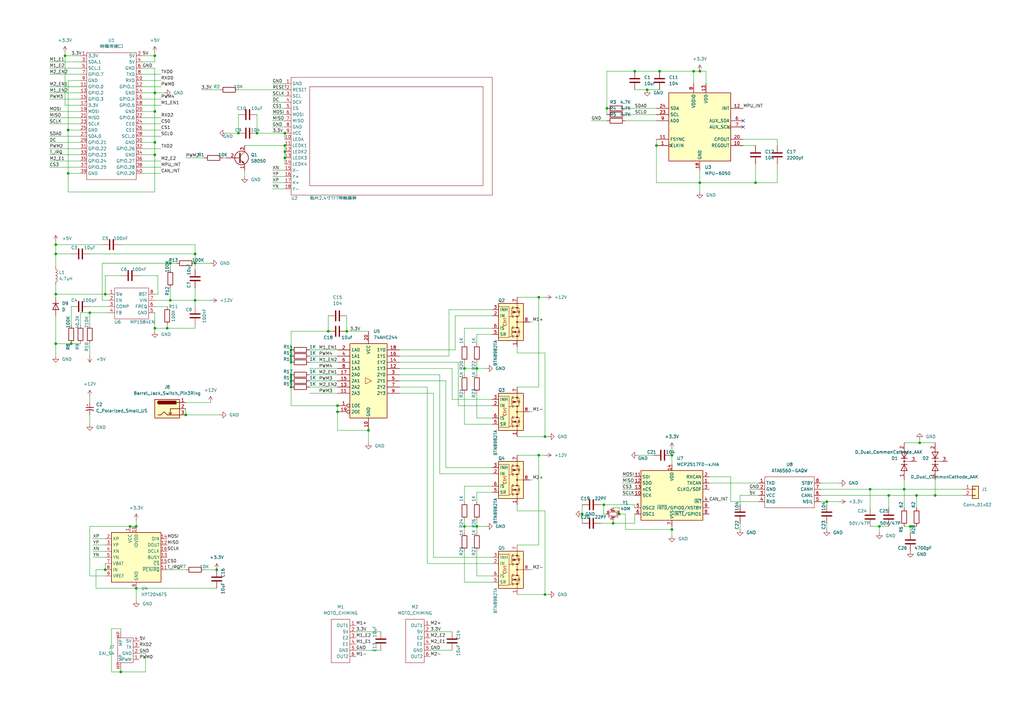
<source format=kicad_sch>
(kicad_sch (version 20211123) (generator eeschema)
  (paper "A3")
  (junction (at 63.5 63.5))
  (junction (at 36.83 128.27))
  (junction (at 119.38 143.51))
  (junction (at 119.38 153.67))
  (junction (at 55.88 241.3))
  (junction (at 238.76 210.82))
  (junction (at 190.5 215.9))
  (junction (at 309.88 74.93))
  (junction (at 134.62 135.89))
  (junction (at 119.38 156.21))
  (junction (at 27.94 71.12))
  (junction (at 248.92 44.45))
  (junction (at 88.9 233.68))
  (junction (at 55.88 215.9))
  (junction (at 97.79 54.61))
  (junction (at 22.86 120.65))
  (junction (at 375.92 203.2))
  (junction (at 116.84 59.69))
  (junction (at 119.38 158.75))
  (junction (at 76.2 170.18))
  (junction (at 63.5 134.62))
  (junction (at 80.01 107.95))
  (junction (at 377.19 181.61))
  (junction (at 190.5 151.13))
  (junction (at 43.18 120.65))
  (junction (at 116.84 62.23))
  (junction (at 119.38 148.59))
  (junction (at 251.46 214.63))
  (junction (at 151.13 176.53))
  (junction (at 275.59 186.69))
  (junction (at 269.24 59.69))
  (junction (at 220.98 186.69))
  (junction (at 80.01 123.19))
  (junction (at 247.65 207.01))
  (junction (at 27.94 53.34))
  (junction (at 142.24 135.89))
  (junction (at 287.02 29.21))
  (junction (at 105.41 54.61))
  (junction (at 383.54 203.2))
  (junction (at 63.5 38.1))
  (junction (at 63.5 58.42))
  (junction (at 370.84 200.66))
  (junction (at 275.59 217.17))
  (junction (at 138.43 166.37))
  (junction (at 270.51 29.21))
  (junction (at 63.5 22.86))
  (junction (at 195.58 151.13))
  (junction (at 69.85 123.19))
  (junction (at 254 210.82))
  (junction (at 29.21 140.97))
  (junction (at 373.38 215.9))
  (junction (at 22.86 104.14))
  (junction (at 53.34 215.9))
  (junction (at 116.84 64.77))
  (junction (at 63.5 45.72))
  (junction (at 138.43 168.91))
  (junction (at 49.53 275.59))
  (junction (at 284.48 29.21))
  (junction (at 223.52 243.84))
  (junction (at 195.58 215.9))
  (junction (at 223.52 179.07))
  (junction (at 68.58 134.62))
  (junction (at 356.87 200.66))
  (junction (at 360.68 215.9))
  (junction (at 339.09 205.74))
  (junction (at 22.86 100.33))
  (junction (at 116.84 54.61))
  (junction (at 119.38 146.05))
  (junction (at 80.01 104.14))
  (junction (at 220.98 121.92))
  (junction (at 43.18 233.68))
  (junction (at 364.49 203.2))
  (junction (at 287.02 74.93))
  (junction (at 265.43 36.83))
  (junction (at 22.86 140.97))
  (junction (at 260.35 29.21))
  (junction (at 69.85 107.95))
  (junction (at 26.67 22.86))
  (no_connect (at 304.8 49.53))
  (no_connect (at 304.8 52.07))
  (wire (pts (xy 218.44 168.91) (xy 217.17 168.91)))
  (wire (pts (xy 212.09 144.78) (xy 223.52 144.78)))
  (wire (pts (xy 43.18 236.22) (xy 36.83 236.22)))
  (wire (pts (xy 184.15 127) (xy 184.15 146.05)))
  (wire (pts (xy 199.39 151.13) (xy 195.58 151.13)))
  (wire (pts (xy 246.38 214.63) (xy 251.46 214.63)))
  (wire (pts (xy 63.5 27.94) (xy 63.5 38.1)))
  (wire (pts (xy 195.58 151.13) (xy 195.58 148.59)))
  (wire (pts (xy 339.09 205.74) (xy 336.55 205.74)))
  (wire (pts (xy 22.86 104.14) (xy 22.86 109.22)))
  (wire (pts (xy 20.32 58.42) (xy 33.02 58.42)))
  (wire (pts (xy 195.58 201.93) (xy 195.58 205.74)))
  (wire (pts (xy 45.72 257.81) (xy 49.53 257.81)))
  (wire (pts (xy 20.32 50.8) (xy 33.02 50.8)))
  (wire (pts (xy 251.46 208.28) (xy 254 208.28)))
  (wire (pts (xy 287.02 78.74) (xy 287.02 74.93)))
  (wire (pts (xy 377.19 180.34) (xy 377.19 181.61)))
  (wire (pts (xy 63.5 45.72) (xy 63.5 38.1)))
  (wire (pts (xy 111.76 69.85) (xy 116.84 69.85)))
  (wire (pts (xy 151.13 181.61) (xy 151.13 176.53)))
  (wire (pts (xy 344.17 205.74) (xy 339.09 205.74)))
  (wire (pts (xy 119.38 148.59) (xy 119.38 153.67)))
  (wire (pts (xy 201.93 127) (xy 184.15 127)))
  (wire (pts (xy 63.5 25.4) (xy 63.5 22.86)))
  (wire (pts (xy 58.42 27.94) (xy 63.5 27.94)))
  (wire (pts (xy 163.83 158.75) (xy 175.26 158.75)))
  (wire (pts (xy 269.24 59.69) (xy 269.24 74.93)))
  (wire (pts (xy 303.53 207.01) (xy 303.53 203.2)))
  (wire (pts (xy 57.15 267.97) (xy 59.69 267.97)))
  (wire (pts (xy 190.5 148.59) (xy 190.5 151.13)))
  (wire (pts (xy 80.01 125.73) (xy 80.01 123.19)))
  (wire (pts (xy 201.93 134.62) (xy 190.5 134.62)))
  (wire (pts (xy 187.96 148.59) (xy 163.83 148.59)))
  (wire (pts (xy 201.93 163.83) (xy 185.42 163.83)))
  (wire (pts (xy 80.01 100.33) (xy 80.01 104.14)))
  (wire (pts (xy 377.19 181.61) (xy 383.54 181.61)))
  (wire (pts (xy 182.88 156.21) (xy 182.88 191.77)))
  (wire (pts (xy 111.76 46.99) (xy 116.84 46.99)))
  (wire (pts (xy 138.43 176.53) (xy 138.43 168.91)))
  (wire (pts (xy 220.98 223.52) (xy 212.09 223.52)))
  (wire (pts (xy 138.43 166.37) (xy 138.43 168.91)))
  (wire (pts (xy 97.79 36.83) (xy 116.84 36.83)))
  (wire (pts (xy 66.04 40.64) (xy 58.42 40.64)))
  (wire (pts (xy 127 143.51) (xy 138.43 143.51)))
  (wire (pts (xy 180.34 153.67) (xy 180.34 194.31)))
  (wire (pts (xy 177.8 228.6) (xy 177.8 161.29)))
  (wire (pts (xy 195.58 215.9) (xy 195.58 218.44)))
  (wire (pts (xy 63.5 125.73) (xy 68.58 125.73)))
  (wire (pts (xy 256.54 44.45) (xy 269.24 44.45)))
  (wire (pts (xy 201.93 201.93) (xy 195.58 201.93)))
  (wire (pts (xy 29.21 125.73) (xy 29.21 133.35)))
  (wire (pts (xy 80.01 104.14) (xy 80.01 107.95)))
  (wire (pts (xy 287.02 29.21) (xy 289.56 29.21)))
  (wire (pts (xy 20.32 60.96) (xy 33.02 60.96)))
  (wire (pts (xy 287.02 69.85) (xy 287.02 74.93)))
  (wire (pts (xy 360.68 218.44) (xy 360.68 215.9)))
  (wire (pts (xy 36.83 125.73) (xy 44.45 125.73)))
  (wire (pts (xy 111.76 77.47) (xy 116.84 77.47)))
  (wire (pts (xy 119.38 153.67) (xy 119.38 156.21)))
  (wire (pts (xy 111.76 72.39) (xy 116.84 72.39)))
  (wire (pts (xy 212.09 209.55) (xy 223.52 209.55)))
  (wire (pts (xy 20.32 66.04) (xy 33.02 66.04)))
  (wire (pts (xy 177.8 161.29) (xy 163.83 161.29)))
  (wire (pts (xy 304.8 57.15) (xy 318.77 57.15)))
  (wire (pts (xy 20.32 40.64) (xy 33.02 40.64)))
  (wire (pts (xy 92.71 54.61) (xy 97.79 54.61)))
  (wire (pts (xy 212.09 142.24) (xy 212.09 144.78)))
  (wire (pts (xy 212.09 243.84) (xy 223.52 243.84)))
  (wire (pts (xy 44.45 123.19) (xy 41.91 123.19)))
  (wire (pts (xy 201.93 137.16) (xy 195.58 137.16)))
  (wire (pts (xy 255.27 195.58) (xy 260.35 195.58)))
  (wire (pts (xy 201.93 236.22) (xy 195.58 236.22)))
  (wire (pts (xy 20.32 55.88) (xy 33.02 55.88)))
  (wire (pts (xy 255.27 203.2) (xy 260.35 203.2)))
  (wire (pts (xy 184.15 146.05) (xy 163.83 146.05)))
  (wire (pts (xy 223.52 144.78) (xy 223.52 179.07)))
  (wire (pts (xy 82.55 36.83) (xy 90.17 36.83)))
  (wire (pts (xy 142.24 135.89) (xy 151.13 135.89)))
  (wire (pts (xy 238.76 207.01) (xy 238.76 210.82)))
  (wire (pts (xy 111.76 41.91) (xy 116.84 41.91)))
  (wire (pts (xy 33.02 43.18) (xy 26.67 43.18)))
  (wire (pts (xy 190.5 238.76) (xy 201.93 238.76)))
  (wire (pts (xy 220.98 158.75) (xy 212.09 158.75)))
  (wire (pts (xy 55.88 213.36) (xy 55.88 215.9)))
  (wire (pts (xy 356.87 215.9) (xy 360.68 215.9)))
  (wire (pts (xy 69.85 123.19) (xy 69.85 118.11)))
  (wire (pts (xy 69.85 107.95) (xy 72.39 107.95)))
  (wire (pts (xy 33.02 140.97) (xy 29.21 140.97)))
  (wire (pts (xy 218.44 233.68) (xy 217.17 233.68)))
  (wire (pts (xy 180.34 194.31) (xy 201.93 194.31)))
  (wire (pts (xy 344.17 198.12) (xy 336.55 198.12)))
  (wire (pts (xy 275.59 219.71) (xy 275.59 217.17)))
  (wire (pts (xy 186.69 129.54) (xy 186.69 143.51)))
  (wire (pts (xy 97.79 46.99) (xy 97.79 54.61)))
  (wire (pts (xy 256.54 210.82) (xy 256.54 217.17)))
  (wire (pts (xy 177.8 228.6) (xy 201.93 228.6)))
  (wire (pts (xy 105.41 54.61) (xy 116.84 54.61)))
  (wire (pts (xy 370.84 196.85) (xy 370.84 200.66)))
  (wire (pts (xy 190.5 215.9) (xy 190.5 218.44)))
  (wire (pts (xy 80.01 134.62) (xy 68.58 134.62)))
  (wire (pts (xy 20.32 63.5) (xy 33.02 63.5)))
  (wire (pts (xy 43.18 231.14) (xy 43.18 233.68)))
  (wire (pts (xy 275.59 184.15) (xy 275.59 186.69)))
  (wire (pts (xy 238.76 210.82) (xy 238.76 214.63)))
  (wire (pts (xy 190.5 238.76) (xy 190.5 226.06)))
  (wire (pts (xy 66.04 43.18) (xy 58.42 43.18)))
  (wire (pts (xy 20.32 38.1) (xy 33.02 38.1)))
  (wire (pts (xy 22.86 100.33) (xy 41.91 100.33)))
  (wire (pts (xy 76.2 64.77) (xy 83.82 64.77)))
  (wire (pts (xy 41.91 107.95) (xy 41.91 123.19)))
  (wire (pts (xy 260.35 207.01) (xy 260.35 208.28)))
  (wire (pts (xy 256.54 217.17) (xy 275.59 217.17)))
  (wire (pts (xy 356.87 200.66) (xy 370.84 200.66)))
  (wire (pts (xy 254 210.82) (xy 256.54 210.82)))
  (wire (pts (xy 111.76 44.45) (xy 116.84 44.45)))
  (wire (pts (xy 36.83 140.97) (xy 36.83 146.05)))
  (wire (pts (xy 69.85 123.19) (xy 80.01 123.19)))
  (wire (pts (xy 26.67 43.18) (xy 26.67 22.86)))
  (wire (pts (xy 370.84 215.9) (xy 373.38 215.9)))
  (wire (pts (xy 116.84 54.61) (xy 116.84 57.15)))
  (wire (pts (xy 36.83 104.14) (xy 80.01 104.14)))
  (wire (pts (xy 66.04 50.8) (xy 58.42 50.8)))
  (wire (pts (xy 22.86 129.54) (xy 22.86 140.97)))
  (wire (pts (xy 360.68 215.9) (xy 364.49 215.9)))
  (wire (pts (xy 80.01 118.11) (xy 80.01 123.19)))
  (wire (pts (xy 195.58 226.06) (xy 195.58 236.22)))
  (wire (pts (xy 127 158.75) (xy 138.43 158.75)))
  (wire (pts (xy 370.84 200.66) (xy 370.84 208.28)))
  (wire (pts (xy 49.53 100.33) (xy 80.01 100.33)))
  (wire (pts (xy 176.53 259.08) (xy 185.42 259.08)))
  (wire (pts (xy 127 151.13) (xy 138.43 151.13)))
  (wire (pts (xy 247.65 207.01) (xy 260.35 207.01)))
  (wire (pts (xy 39.37 241.3) (xy 55.88 241.3)))
  (wire (pts (xy 69.85 110.49) (xy 69.85 107.95)))
  (wire (pts (xy 38.1 228.6) (xy 43.18 228.6)))
  (wire (pts (xy 36.83 128.27) (xy 36.83 133.35)))
  (wire (pts (xy 251.46 214.63) (xy 260.35 214.63)))
  (wire (pts (xy 175.26 231.14) (xy 201.93 231.14)))
  (wire (pts (xy 41.91 107.95) (xy 69.85 107.95)))
  (wire (pts (xy 370.84 181.61) (xy 377.19 181.61)))
  (wire (pts (xy 66.04 60.96) (xy 58.42 60.96)))
  (wire (pts (xy 336.55 200.66) (xy 356.87 200.66)))
  (wire (pts (xy 27.94 71.12) (xy 27.94 53.34)))
  (wire (pts (xy 255.27 200.66) (xy 260.35 200.66)))
  (wire (pts (xy 91.44 64.77) (xy 92.71 64.77)))
  (wire (pts (xy 223.52 186.69) (xy 220.98 186.69)))
  (wire (pts (xy 66.04 53.34) (xy 58.42 53.34)))
  (wire (pts (xy 127 156.21) (xy 138.43 156.21)))
  (wire (pts (xy 105.41 46.99) (xy 105.41 54.61)))
  (wire (pts (xy 185.42 151.13) (xy 163.83 151.13)))
  (wire (pts (xy 212.09 186.69) (xy 220.98 186.69)))
  (wire (pts (xy 88.9 233.68) (xy 83.82 233.68)))
  (wire (pts (xy 22.86 100.33) (xy 22.86 104.14)))
  (wire (pts (xy 22.86 140.97) (xy 29.21 140.97)))
  (wire (pts (xy 199.39 215.9) (xy 195.58 215.9)))
  (wire (pts (xy 20.32 35.56) (xy 33.02 35.56)))
  (wire (pts (xy 265.43 36.83) (xy 270.51 36.83)))
  (wire (pts (xy 195.58 215.9) (xy 195.58 213.36)))
  (wire (pts (xy 57.15 113.03) (xy 64.77 113.03)))
  (wire (pts (xy 66.04 71.12) (xy 58.42 71.12)))
  (wire (pts (xy 36.83 215.9) (xy 53.34 215.9)))
  (wire (pts (xy 373.38 215.9) (xy 375.92 215.9)))
  (wire (pts (xy 201.93 171.45) (xy 195.58 171.45)))
  (wire (pts (xy 146.05 266.7) (xy 156.21 266.7)))
  (wire (pts (xy 190.5 199.39) (xy 190.5 205.74)))
  (wire (pts (xy 100.33 72.39) (xy 100.33 69.85)))
  (wire (pts (xy 68.58 134.62) (xy 63.5 134.62)))
  (wire (pts (xy 134.62 135.89) (xy 119.38 135.89)))
  (wire (pts (xy 287.02 74.93) (xy 309.88 74.93)))
  (wire (pts (xy 43.18 120.65) (xy 44.45 120.65)))
  (wire (pts (xy 256.54 49.53) (xy 269.24 49.53)))
  (wire (pts (xy 260.35 29.21) (xy 270.51 29.21)))
  (wire (pts (xy 36.83 162.56) (xy 36.83 165.1)))
  (wire (pts (xy 375.92 203.2) (xy 375.92 208.28)))
  (wire (pts (xy 254 208.28) (xy 254 210.82)))
  (wire (pts (xy 22.86 104.14) (xy 29.21 104.14)))
  (wire (pts (xy 68.58 133.35) (xy 68.58 134.62)))
  (wire (pts (xy 36.83 128.27) (xy 33.02 128.27)))
  (wire (pts (xy 100.33 59.69) (xy 116.84 59.69)))
  (wire (pts (xy 248.92 29.21) (xy 260.35 29.21)))
  (wire (pts (xy 20.32 25.4) (xy 33.02 25.4)))
  (wire (pts (xy 163.83 153.67) (xy 180.34 153.67)))
  (wire (pts (xy 127 148.59) (xy 138.43 148.59)))
  (wire (pts (xy 66.04 35.56) (xy 58.42 35.56)))
  (wire (pts (xy 190.5 173.99) (xy 201.93 173.99)))
  (wire (pts (xy 76.2 167.64) (xy 76.2 170.18)))
  (wire (pts (xy 383.54 196.85) (xy 383.54 203.2)))
  (wire (pts (xy 201.93 166.37) (xy 187.96 166.37)))
  (wire (pts (xy 190.5 173.99) (xy 190.5 161.29)))
  (wire (pts (xy 134.62 129.54) (xy 134.62 135.89)))
  (wire (pts (xy 80.01 110.49) (xy 80.01 107.95)))
  (wire (pts (xy 383.54 203.2) (xy 394.97 203.2)))
  (wire (pts (xy 339.09 217.17) (xy 339.09 214.63)))
  (wire (pts (xy 309.88 74.93) (xy 318.77 74.93)))
  (wire (pts (xy 80.01 133.35) (xy 80.01 134.62)))
  (wire (pts (xy 68.58 233.68) (xy 76.2 233.68)))
  (wire (pts (xy 38.1 223.52) (xy 43.18 223.52)))
  (wire (pts (xy 80.01 107.95) (xy 86.36 107.95)))
  (wire (pts (xy 111.76 49.53) (xy 116.84 49.53)))
  (wire (pts (xy 116.84 64.77) (xy 116.84 67.31)))
  (wire (pts (xy 224.79 243.84) (xy 223.52 243.84)))
  (wire (pts (xy 261.62 186.69) (xy 267.97 186.69)))
  (wire (pts (xy 58.42 25.4) (xy 63.5 25.4)))
  (wire (pts (xy 67.31 38.1) (xy 63.5 38.1)))
  (wire (pts (xy 303.53 203.2) (xy 311.15 203.2)))
  (wire (pts (xy 304.8 59.69) (xy 309.88 59.69)))
  (wire (pts (xy 290.83 195.58) (xy 299.72 195.58)))
  (wire (pts (xy 223.52 121.92) (xy 220.98 121.92)))
  (wire (pts (xy 38.1 220.98) (xy 43.18 220.98)))
  (wire (pts (xy 195.58 161.29) (xy 195.58 171.45)))
  (wire (pts (xy 127 153.67) (xy 138.43 153.67)))
  (wire (pts (xy 307.34 200.66) (xy 311.15 200.66)))
  (wire (pts (xy 195.58 151.13) (xy 195.58 153.67)))
  (wire (pts (xy 111.76 34.29) (xy 116.84 34.29)))
  (wire (pts (xy 309.88 67.31) (xy 309.88 74.93)))
  (wire (pts (xy 20.32 68.58) (xy 33.02 68.58)))
  (wire (pts (xy 111.76 39.37) (xy 116.84 39.37)))
  (wire (pts (xy 163.83 143.51) (xy 186.69 143.51)))
  (wire (pts (xy 260.35 214.63) (xy 260.35 210.82)))
  (wire (pts (xy 269.24 57.15) (xy 269.24 59.69)))
  (wire (pts (xy 223.52 209.55) (xy 223.52 243.84)))
  (wire (pts (xy 66.04 48.26) (xy 58.42 48.26)))
  (wire (pts (xy 242.57 49.53) (xy 248.92 49.53)))
  (wire (pts (xy 127 146.05) (xy 138.43 146.05)))
  (wire (pts (xy 66.04 55.88) (xy 58.42 55.88)))
  (wire (pts (xy 151.13 176.53) (xy 138.43 176.53)))
  (wire (pts (xy 38.1 226.06) (xy 43.18 226.06)))
  (wire (pts (xy 375.92 203.2) (xy 383.54 203.2)))
  (wire (pts (xy 63.5 21.59) (xy 63.5 22.86)))
  (wire (pts (xy 224.79 179.07) (xy 223.52 179.07)))
  (wire (pts (xy 373.38 218.44) (xy 373.38 215.9)))
  (wire (pts (xy 247.65 210.82) (xy 247.65 207.01)))
  (wire (pts (xy 63.5 38.1) (xy 58.42 38.1)))
  (wire (pts (xy 45.72 275.59) (xy 45.72 257.81)))
  (wire (pts (xy 364.49 203.2) (xy 375.92 203.2)))
  (wire (pts (xy 318.77 67.31) (xy 318.77 74.93)))
  (wire (pts (xy 63.5 123.19) (xy 69.85 123.19)))
  (wire (pts (xy 59.69 275.59) (xy 49.53 275.59)))
  (wire (pts (xy 185.42 163.83) (xy 185.42 151.13)))
  (wire (pts (xy 248.92 210.82) (xy 247.65 210.82)))
  (wire (pts (xy 289.56 29.21) (xy 289.56 34.29)))
  (wire (pts (xy 318.77 57.15) (xy 318.77 59.69)))
  (wire (pts (xy 63.5 135.89) (xy 63.5 134.62)))
  (wire (pts (xy 63.5 22.86) (xy 58.42 22.86)))
  (wire (pts (xy 220.98 121.92) (xy 220.98 158.75)))
  (wire (pts (xy 66.04 68.58) (xy 58.42 68.58)))
  (wire (pts (xy 64.77 120.65) (xy 63.5 120.65)))
  (wire (pts (xy 39.37 233.68) (xy 39.37 241.3)))
  (wire (pts (xy 116.84 62.23) (xy 116.84 64.77)))
  (wire (pts (xy 27.94 71.12) (xy 27.94 78.74)))
  (wire (pts (xy 20.32 45.72) (xy 33.02 45.72)))
  (wire (pts (xy 111.76 74.93) (xy 116.84 74.93)))
  (wire (pts (xy 190.5 151.13) (xy 195.58 151.13)))
  (wire (pts (xy 22.86 99.06) (xy 22.86 100.33)))
  (wire (pts (xy 275.59 186.69) (xy 275.59 190.5)))
  (wire (pts (xy 176.53 266.7) (xy 185.42 266.7)))
  (wire (pts (xy 66.04 66.04) (xy 58.42 66.04)))
  (wire (pts (xy 190.5 215.9) (xy 195.58 215.9)))
  (wire (pts (xy 119.38 143.51) (xy 119.38 146.05)))
  (wire (pts (xy 111.76 52.07) (xy 116.84 52.07)))
  (wire (pts (xy 212.09 121.92) (xy 220.98 121.92)))
  (wire (pts (xy 142.24 129.54) (xy 142.24 135.89)))
  (wire (pts (xy 119.38 146.05) (xy 119.38 148.59)))
  (wire (pts (xy 201.93 199.39) (xy 190.5 199.39)))
  (wire (pts (xy 49.53 274.32) (xy 49.53 275.59)))
  (wire (pts (xy 182.88 191.77) (xy 201.93 191.77)))
  (wire (pts (xy 175.26 158.75) (xy 175.26 231.14)))
  (wire (pts (xy 36.83 236.22) (xy 36.83 215.9)))
  (wire (pts (xy 251.46 213.36) (xy 251.46 214.63)))
  (wire (pts (xy 290.83 198.12) (xy 311.15 198.12)))
  (wire (pts (xy 260.35 36.83) (xy 265.43 36.83)))
  (wire (pts (xy 246.38 207.01) (xy 247.65 207.01)))
  (wire (pts (xy 217.17 196.85) (xy 218.44 196.85)))
  (wire (pts (xy 58.42 58.42) (xy 63.5 58.42)))
  (wire (pts (xy 55.88 246.38) (xy 55.88 241.3)))
  (wire (pts (xy 275.59 217.17) (xy 275.59 215.9)))
  (wire (pts (xy 44.45 128.27) (xy 36.83 128.27)))
  (wire (pts (xy 43.18 113.03) (xy 43.18 120.65)))
  (wire (pts (xy 127 161.29) (xy 138.43 161.29)))
  (wire (pts (xy 27.94 33.02) (xy 27.94 53.34)))
  (wire (pts (xy 195.58 137.16) (xy 195.58 140.97)))
  (wire (pts (xy 299.72 195.58) (xy 299.72 205.74)))
  (wire (pts (xy 146.05 259.08) (xy 156.21 259.08)))
  (wire (pts (xy 20.32 48.26) (xy 33.02 48.26)))
  (wire (pts (xy 270.51 29.21) (xy 284.48 29.21)))
  (wire (pts (xy 187.96 166.37) (xy 187.96 148.59)))
  (wire (pts (xy 33.02 128.27) (xy 33.02 133.35)))
  (wire (pts (xy 212.09 207.01) (xy 212.09 209.55)))
  (wire (pts (xy 217.17 132.08) (xy 218.44 132.08)))
  (wire (pts (xy 220.98 186.69) (xy 220.98 223.52)))
  (wire (pts (xy 22.86 116.84) (xy 22.86 120.65)))
  (wire (pts (xy 190.5 213.36) (xy 190.5 215.9)))
  (wire (pts (xy 63.5 134.62) (xy 63.5 128.27)))
  (wire (pts (xy 58.42 45.72) (xy 63.5 45.72)))
  (wire (pts (xy 26.67 22.86) (xy 26.67 21.59)))
  (wire (pts (xy 33.02 71.12) (xy 27.94 71.12)))
  (wire (pts (xy 59.69 267.97) (xy 59.69 275.59)))
  (wire (pts (xy 49.53 257.81) (xy 49.53 259.08)))
  (wire (pts (xy 55.88 241.3) (xy 88.9 241.3)))
  (wire (pts (xy 299.72 205.74) (xy 311.15 205.74)))
  (wire (pts (xy 58.42 63.5) (xy 63.5 63.5)))
  (wire (pts (xy 36.83 173.99) (xy 36.83 170.18)))
  (wire (pts (xy 190.5 134.62) (xy 190.5 140.97)))
  (wire (pts (xy 370.84 200.66) (xy 394.97 200.66)))
  (wire (pts (xy 76.2 165.1) (xy 86.36 165.1)))
  (wire (pts (xy 256.54 46.99) (xy 269.24 46.99)))
  (wire (pts (xy 90.17 170.18) (xy 76.2 170.18)))
  (wire (pts (xy 53.34 215.9) (xy 55.88 215.9)))
  (wire (pts (xy 33.02 33.02) (xy 27.94 33.02)))
  (wire (pts (xy 86.36 123.19) (xy 80.01 123.19)))
  (wire (pts (xy 119.38 166.37) (xy 138.43 166.37)))
  (wire (pts (xy 190.5 151.13) (xy 190.5 153.67)))
  (wire (pts (xy 20.32 30.48) (xy 33.02 30.48)))
  (wire (pts (xy 49.53 275.59) (xy 45.72 275.59)))
  (wire (pts (xy 303.53 217.17) (xy 303.53 214.63)))
  (wire (pts (xy 201.93 129.54) (xy 186.69 129.54)))
  (wire (pts (xy 119.38 158.75) (xy 119.38 166.37)))
  (wire (pts (xy 119.38 135.89) (xy 119.38 143.51)))
  (wire (pts (xy 64.77 113.03) (xy 64.77 120.65)))
  (wire (pts (xy 43.18 233.68) (xy 39.37 233.68)))
  (wire (pts (xy 66.04 33.02) (xy 58.42 33.02)))
  (wire (pts (xy 284.48 29.21) (xy 287.02 29.21)))
  (wire (pts (xy 49.53 113.03) (xy 43.18 113.03)))
  (wire (pts (xy 63.5 63.5) (xy 63.5 58.42)))
  (wire (pts (xy 63.5 58.42) (xy 63.5 45.72)))
  (wire (pts (xy 27.94 78.74) (xy 63.5 78.74)))
  (wire (pts (xy 364.49 203.2) (xy 364.49 208.28)))
  (wire (pts (xy 119.38 156.21) (xy 119.38 158.75)))
  (wire (pts (xy 22.86 120.65) (xy 22.86 121.92)))
  (wire (pts (xy 63.5 78.74) (xy 63.5 63.5)))
  (wire (pts (xy 336.55 203.2) (xy 364.49 203.2)))
  (wire (pts (xy 284.48 29.21) (xy 284.48 34.29)))
  (wire (pts (xy 116.84 59.69) (xy 116.84 62.23)))
  (wire (pts (xy 26.67 22.86) (xy 33.02 22.86)))
  (wire (pts (xy 339.09 205.74) (xy 339.09 207.01)))
  (wire (pts (xy 22.86 146.05) (xy 22.86 140.97)))
  (wire (pts (xy 269.24 74.93) (xy 287.02 74.93)))
  (wire (pts (xy 255.27 198.12) (xy 260.35 198.12)))
  (wire (pts (xy 163.83 156.21) (xy 182.88 156.21)))
  (wire (pts (xy 66.04 30.48) (xy 58.42 30.48)))
  (wire (pts (xy 27.94 53.34) (xy 33.02 53.34)))
  (wire (pts (xy 20.32 27.94) (xy 33.02 27.94)))
  (wire (pts (xy 22.86 120.65) (xy 43.18 120.65)))
  (wire (pts (xy 212.09 179.07) (xy 223.52 179.07)))
  (wire (pts (xy 248.92 44.45) (xy 248.92 46.99)))
  (wire (pts (xy 248.92 44.45) (xy 248.92 29.21)))
  (wire (pts (xy 356.87 200.66) (xy 356.87 208.28)))
  (label "CS1" (at 66.04 53.34 0))
  (label "M2+" (at 218.44 196.85 0))
  (label "PWM3" (at 130.81 156.21 0))
  (label "SCL0" (at 260.35 46.99 0))
  (label "M2-" (at 218.44 233.68 0))
  (label "SCLK" (at 68.58 226.06 0))
  (label "MPU_INT" (at 66.04 68.58 0))
  (label "5V" (at 307.34 203.2 0))
  (label "MOSI" (at 68.58 220.98 0))
  (label "RXD0" (at 66.04 33.02 0))
  (label "3.3V" (at 143.51 135.89 0))
  (label "GND" (at 57.15 267.97 0))
  (label "M2-" (at 176.53 269.24 0))
  (label "SCLK" (at 111.76 39.37 0))
  (label "YP" (at 111.76 72.39 0))
  (label "SDA0" (at 20.32 55.88 0))
  (label "PWM3" (at 20.32 40.64 0))
  (label "M1_EN2" (at 20.32 38.1 0))
  (label "GND" (at 146.05 266.7 0))
  (label "PWM4" (at 130.81 146.05 0))
  (label "XP" (at 111.76 74.93 0))
  (label "M1-" (at 146.05 269.24 0))
  (label "PWM4" (at 66.04 40.64 0))
  (label "M1_EN1" (at 130.81 143.51 0))
  (label "M1+" (at 146.05 256.54 0))
  (label "YP" (at 38.1 223.52 0))
  (label "RESET" (at 111.76 36.83 0))
  (label "SCL0" (at 66.04 55.88 0))
  (label "GND" (at 111.76 34.29 0))
  (label "SCLK" (at 20.32 50.8 0))
  (label "M2_E1" (at 176.53 264.16 0))
  (label "M1_E2" (at 146.05 261.62 0))
  (label "T_IRQ" (at 20.32 63.5 0))
  (label "M1-" (at 218.44 168.91 0))
  (label "MISO" (at 255.27 198.12 0))
  (label "CAN_INT" (at 290.83 205.74 0))
  (label "3.3V" (at 29.21 22.86 0))
  (label "M2_EN1" (at 20.32 35.56 0))
  (label "MPU_INT" (at 304.8 44.45 0))
  (label "PWM2" (at 76.2 64.77 0))
  (label "GND" (at 307.34 200.66 0))
  (label "RXD2" (at 57.15 265.43 0))
  (label "GND" (at 58.42 27.94 0))
  (label "XN" (at 38.1 226.06 0))
  (label "PWM4" (at 130.81 151.13 0))
  (label "TXD2" (at 66.04 60.96 0))
  (label "M1_E1" (at 146.05 264.16 0))
  (label "MOSI" (at 111.76 46.99 0))
  (label "GND" (at 111.76 52.07 0))
  (label "PWM0" (at 66.04 35.56 0))
  (label "5V" (at 57.15 262.89 0))
  (label "CAN_INT" (at 66.04 71.12 0))
  (label "3.3V" (at 176.53 259.08 0))
  (label "MISO" (at 111.76 49.53 0))
  (label "YN" (at 38.1 228.6 0))
  (label "MOSI" (at 255.27 195.58 0))
  (label "3.3V" (at 111.76 54.61 0))
  (label "TXD0" (at 66.04 30.48 0))
  (label "MISO" (at 68.58 223.52 0))
  (label "YN" (at 111.76 77.47 0))
  (label "SDA0" (at 260.35 44.45 0))
  (label "M2_EN2" (at 130.81 158.75 0))
  (label "PWM2" (at 20.32 60.96 0))
  (label "RXD2" (at 66.04 48.26 0))
  (label "CS3" (at 255.27 200.66 0))
  (label "PWM3" (at 130.81 161.29 0))
  (label "GND" (at 242.57 49.53 0))
  (label "T_IRQ" (at 68.58 233.68 0))
  (label "3.3V" (at 146.05 259.08 0))
  (label "CS0" (at 68.58 231.14 0))
  (label "DC" (at 111.76 41.91 0))
  (label "M1_E2" (at 20.32 27.94 0))
  (label "MOSI" (at 20.32 45.72 0))
  (label "M1_EN1" (at 66.04 43.18 0))
  (label "M1_EN2" (at 130.81 148.59 0))
  (label "CS0" (at 66.04 50.8 0))
  (label "3.3V" (at 82.55 36.83 0))
  (label "XP" (at 38.1 220.98 0))
  (label "MISO" (at 20.32 48.26 0))
  (label "M1+" (at 218.44 132.08 0))
  (label "M2_E1" (at 20.32 66.04 0))
  (label "DC" (at 20.32 58.42 0))
  (label "M1_E1" (at 20.32 25.4 0))
  (label "5V" (at 58.42 22.86 0))
  (label "SCLK" (at 255.27 203.2 0))
  (label "M2_E2" (at 176.53 261.62 0))
  (label "M2_EN1" (at 130.81 153.67 0))
  (label "PWM0" (at 57.15 270.51 0))
  (label "M2+" (at 176.53 256.54 0))
  (label "XN" (at 111.76 69.85 0))
  (label "CS1" (at 111.76 44.45 0))
  (label "GND" (at 176.53 266.7 0))
  (label "CS3" (at 20.32 68.58 0))
  (label "M2_E2" (at 66.04 66.04 0))
  (label "M2_EN2" (at 20.32 30.48 0))
  (symbol (lib_id "Device:L") (at 22.86 113.03 0) (unit 1)
    (property "Reference" "L1" (at 24.13 111.7599 0) (effects (justify left)))
    (property "Value" "4.7uH" (at 24.13 114.2999 0) (effects (justify left)))
    (property "Footprint" "Inductor_SMD:L_6.3x6.3_H3" (effects hide))
  )
  (symbol (lib_id "power:GND") (at 36.83 173.99 0) (unit 1)
    (property "Reference" "#PWR020" (effects hide))
    (property "Value" "GND" (at 39.37 175.2599 0) (effects (justify left)))
  )
  (symbol (lib_id "大魔王:MOTO_CHIMING") (at 135.89 271.78 0) (unit 1)
    (property "Reference" "M1" (at 139.7 248.92 0))
    (property "Value" "MOTO_CHIMING" (at 139.7 251.46 0))
    (property "Footprint" "Connector_PinSocket_2.00mm:PinSocket_1x06_P2.00mm_Vertical" (effects hide))
  )
  (symbol (lib_id "Device:R") (at 36.83 137.16 180) (unit 1)
    (property "Reference" "R10" (at 35.56 142.24 90))
    (property "Value" "210K" (at 35.56 132.08 90))
    (property "Footprint" "Resistor_SMD:R_0402_1005Metric" (effects hide))
  )
  (symbol (lib_id "power:GND") (at 339.09 217.17 0) (unit 1)
    (property "Reference" "#PWR033" (effects hide))
    (property "Value" "GND" (at 341.63 218.4399 0) (effects (justify left)))
  )
  (symbol (lib_id "power:GND") (at 360.68 218.44 0) (unit 1)
    (property "Reference" "#PWR036" (effects hide))
    (property "Value" "GND" (at 363.22 219.7099 0) (effects (justify left)))
  )
  (symbol (lib_id "Device:R") (at 195.58 144.78 180) (unit 1)
    (property "Reference" "R22" (at 194.31 149.86 90))
    (property "Value" "1K" (at 194.31 139.7 90))
    (property "Footprint" "Resistor_SMD:R_0402_1005Metric" (effects hide))
  )
  (symbol (lib_id "Device:C") (at 356.87 212.09 180) (unit 1)
    (property "Reference" "C24" (at 355.6 209.55 0) (effects (justify left)))
    (property "Value" "50V/47P" (at 356.87 214.63 0) (effects (justify left)))
    (property "Footprint" "Capacitor_SMD:C_0402_1005Metric" (effects hide))
  )
  (symbol (lib_id "power:GND") (at 224.79 243.84 90) (unit 1)
    (property "Reference" "#PWR030" (effects hide))
    (property "Value" "GND" (at 228.6 243.8399 90) (effects (justify right)))
  )
  (symbol (lib_id "power:+3.3V") (at 26.67 21.59 0) (unit 1)
    (property "Reference" "#PWR01" (effects hide))
    (property "Value" "+3.3V" (at 26.67 16.51 0))
  )
  (symbol (lib_id "power:+3.3V") (at 287.02 29.21 0) (unit 1)
    (property "Reference" "#PWR07" (effects hide))
    (property "Value" "+3.3V" (at 287.02 24.13 0))
  )
  (symbol (lib_id "Device:R") (at 123.19 143.51 90) (unit 1)
    (property "Reference" "R14" (at 118.11 142.24 90))
    (property "Value" "1K" (at 128.27 142.24 90))
    (property "Footprint" "Resistor_SMD:R_0402_1005Metric" (effects hide))
  )
  (symbol (lib_id "Device:C") (at 260.35 33.02 0) (unit 1)
    (property "Reference" "C1" (at 264.16 31.7499 0) (effects (justify left)))
    (property "Value" "10uf" (at 264.16 34.2899 0) (effects (justify left)))
    (property "Footprint" "Capacitor_SMD:C_0805_2012Metric" (effects hide))
  )
  (symbol (lib_id "Device:C") (at 138.43 135.89 90) (unit 1)
    (property "Reference" "C18" (at 134.62 138.43 90))
    (property "Value" "10uf" (at 142.24 138.43 90))
    (property "Footprint" "Capacitor_SMD:C_0805_2012Metric" (effects hide))
  )
  (symbol (lib_id "power:+3.3V") (at 275.59 184.15 0) (unit 1)
    (property "Reference" "#PWR028" (effects hide))
    (property "Value" "+3.3V" (at 275.59 179.07 0))
  )
  (symbol (lib_id "Device:C") (at 339.09 210.82 180) (unit 1)
    (property "Reference" "C23" (at 337.82 213.36 90) (effects (justify left)))
    (property "Value" "104" (at 337.82 205.74 90) (effects (justify left)))
    (property "Footprint" "Capacitor_SMD:C_0402_1005Metric" (effects hide))
  )
  (symbol (lib_id "Device:R") (at 69.85 114.3 180) (unit 1)
    (property "Reference" "R12" (at 68.58 119.38 90))
    (property "Value" "100K" (at 68.58 109.22 90))
    (property "Footprint" "Resistor_SMD:R_0402_1005Metric" (effects hide))
  )
  (symbol (lib_id "Device:R") (at 190.5 157.48 0) (unit 1)
    (property "Reference" "R21" (at 189.23 161.29 90))
    (property "Value" "1K" (at 189.23 153.67 90))
    (property "Footprint" "Resistor_SMD:R_0402_1005Metric" (effects hide))
  )
  (symbol (lib_id "Device:Crystal_GND23_Small") (at 251.46 210.82 90) (unit 1)
    (property "Reference" "Y1" (at 256.54 206.121 90))
    (property "Value" "40M" (at 256.54 208.661 90))
    (property "Footprint" "Oscillator:Oscillator_SMD_Abracon_ASCO-4Pin_1.6x1.2mm" (effects hide))
  )
  (symbol (lib_id "Device:C") (at 373.38 222.25 180) (unit 1)
    (property "Reference" "C26" (at 372.11 224.79 0) (effects (justify left)))
    (property "Value" "4700pF" (at 382.27 224.79 0) (effects (justify left)))
    (property "Footprint" "Capacitor_SMD:C_0402_1005Metric" (effects hide))
  )
  (symbol (lib_id "Device:C") (at 156.21 262.89 180) (unit 1)
    (property "Reference" "C13" (at 153.67 265.43 90))
    (property "Value" "10uF" (at 153.67 259.08 90))
    (property "Footprint" "Capacitor_SMD:C_0603_1608Metric" (effects hide))
  )
  (symbol (lib_id "大魔王:EAI_S4") (at 48.26 271.78 0) (unit 1)
    (property "Reference" "J7" (at 46.99 265.4299 0) (effects (justify right)))
    (property "Value" "EAI_S4" (at 46.99 267.9699 0) (effects (justify right)))
    (property "Footprint" "大魔王的封装:EAI_S4" (effects hide))
  )
  (symbol (lib_id "power:+12V") (at 223.52 186.69 270) (unit 1)
    (property "Reference" "#PWR029" (effects hide))
    (property "Value" "+12V" (at 227.33 186.6899 90) (effects (justify left)))
  )
  (symbol (lib_id "Device:R") (at 29.21 137.16 180) (unit 1)
    (property "Reference" "R8" (at 27.94 142.24 90))
    (property "Value" "100K" (at 27.94 132.08 90))
    (property "Footprint" "Resistor_SMD:R_0402_1005Metric" (effects hide))
  )
  (symbol (lib_id "Driver_Display:XPT2046TS") (at 55.88 228.6 0) (unit 1)
    (property "Reference" "U4" (at 57.8994 241.3 0) (effects (justify left)))
    (property "Value" "XPT2046TS" (at 57.8994 243.84 0) (effects (justify left)))
    (property "Footprint" "Package_SO:TSSOP-16_4.4x5mm_P0.65mm" (effects hide))
    (property "Datasheet" "http://www.xptek.cn/uploadfile/download/201707171401161883.pdf" (effects hide))
  )
  (symbol (lib_id "power:GND") (at 90.17 170.18 90) (unit 1)
    (property "Reference" "#PWR027" (effects hide))
    (property "Value" "GND" (at 93.98 170.1799 90) (effects (justify right)))
  )
  (symbol (lib_id "Device:R") (at 190.5 222.25 0) (unit 1)
    (property "Reference" "R25" (at 189.23 226.06 90))
    (property "Value" "1K" (at 189.23 218.44 90))
    (property "Footprint" "Resistor_SMD:R_0402_1005Metric" (effects hide))
  )
  (symbol (lib_id "大魔王:贴片2.4寸TFT带触摸屏") (at 119.38 80.01 0) (unit 1)
    (property "Reference" "U2" (at 119.38 81.28 0) (effects (justify left)))
    (property "Value" "贴片2.4寸TFT带触摸屏" (at 127 81.28 0) (effects (justify left)))
    (property "Footprint" "大魔王的封装:2.4TFT_TOUCH" (effects hide))
  )
  (symbol (lib_id "power:+12V") (at 86.36 123.19 270) (unit 1)
    (property "Reference" "#PWR026" (effects hide))
    (property "Value" "+12V" (at 90.17 123.1899 90) (effects (justify left)))
  )
  (symbol (lib_id "power:GND") (at 151.13 181.61 0) (unit 1)
    (property "Reference" "#PWR08" (effects hide))
    (property "Value" "GND" (at 153.67 182.8799 0) (effects (justify left)))
  )
  (symbol (lib_id "Transistor_BJT:S8050") (at 97.79 64.77 0) (unit 1)
    (property "Reference" "Q1" (at 102.87 63.4999 0) (effects (justify left)))
    (property "Value" "S8050" (at 102.87 66.0399 0) (effects (justify left)))
    (property "Footprint" "Package_TO_SOT_SMD:SOT-23" (effects hide))
    (property "Datasheet" "http://www.unisonic.com.tw/datasheet/S8050.pdf" (effects hide))
  )
  (symbol (lib_id "Connector:Barrel_Jack_Switch_Pin3Ring") (at 68.58 167.64 0) (unit 1)
    (property "Reference" "J8" (at 68.58 158.75 0))
    (property "Value" "Barrel_Jack_Switch_Pin3Ring" (at 68.58 161.29 0))
    (property "Footprint" "Connector_BarrelJack:BarrelJack_GCT_DCJ200-10-A_Horizontal" (effects hide))
  )
  (symbol (lib_id "power:GND") (at 199.39 215.9 90) (unit 1)
    (property "Reference" "#PWR012" (effects hide))
    (property "Value" "GND" (at 203.2 215.8999 90) (effects (justify right)))
  )
  (symbol (lib_id "power:GND") (at 22.86 146.05 0) (unit 1)
    (property "Reference" "#PWR018" (effects hide))
    (property "Value" "GND" (at 25.4 147.3199 0) (effects (justify left)))
  )
  (symbol (lib_id "power:GND") (at 86.36 107.95 90) (unit 1)
    (property "Reference" "#PWR025" (effects hide))
    (property "Value" "GND" (at 90.17 107.9499 90) (effects (justify right)))
  )
  (symbol (lib_id "Device:C") (at 138.43 129.54 270) (unit 1)
    (property "Reference" "C15" (at 138.43 121.92 90))
    (property "Value" "104" (at 138.43 124.46 90))
    (property "Footprint" "Capacitor_SMD:C_0402_1005Metric" (effects hide))
  )
  (symbol (lib_id "大魔王:MP1584EN") (at 46.99 130.81 0) (unit 1)
    (property "Reference" "U6" (at 48.26 132.08 0))
    (property "Value" "MP1584EN" (at 58.42 132.08 0))
    (property "Footprint" "Housings_SOIC:HTSOP-8-1EP_3.9x4.9mm_Pitch1.27mm_LargeCopper" (effects hide))
  )
  (symbol (lib_id "Device:C") (at 270.51 33.02 0) (unit 1)
    (property "Reference" "C11" (at 274.32 31.7499 0) (effects (justify left)))
    (property "Value" "104" (at 274.32 34.2899 0) (effects (justify left)))
    (property "Footprint" "Capacitor_SMD:C_0402_1005Metric" (effects hide))
  )
  (symbol (lib_id "大魔王:ATA6560-GAQW") (at 313.69 208.28 0) (unit 1)
    (property "Reference" "U8" (at 323.85 190.5 0))
    (property "Value" "ATA6560-GAQW" (at 323.85 193.04 0))
    (property "Footprint" "Housings_SOIC:HTSOP-8-1EP_3.9x4.9mm_Pitch1.27mm_ThermalVias" (effects hide))
  )
  (symbol (lib_id "Device:C") (at 242.57 214.63 90) (unit 1)
    (property "Reference" "C20" (at 240.03 212.09 90))
    (property "Value" "22PF" (at 246.38 212.09 90))
    (property "Footprint" "Capacitor_SMD:C_0402_1005Metric" (effects hide))
  )
  (symbol (lib_id "power:GND") (at 199.39 151.13 90) (unit 1)
    (property "Reference" "#PWR09" (effects hide))
    (property "Value" "GND" (at 203.2 151.1299 90) (effects (justify right)))
  )
  (symbol (lib_id "Device:C") (at 271.78 186.69 90) (unit 1)
    (property "Reference" "C21" (at 269.24 185.42 90) (effects (justify left)))
    (property "Value" "104" (at 276.86 185.42 90) (effects (justify left)))
    (property "Footprint" "Capacitor_SMD:C_0402_1005Metric" (effects hide))
  )
  (symbol (lib_id "Device:R") (at 68.58 129.54 180) (unit 1)
    (property "Reference" "R11" (at 71.12 125.73 0))
    (property "Value" "100K" (at 71.12 129.54 90))
    (property "Footprint" "Resistor_SMD:R_0402_1005Metric" (effects hide))
  )
  (symbol (lib_id "Device:R") (at 93.98 36.83 90) (unit 1)
    (property "Reference" "R2" (at 88.9 35.56 90))
    (property "Value" "10K" (at 97.79 35.56 90))
    (property "Footprint" "Resistor_SMD:R_0402_1005Metric" (effects hide))
  )
  (symbol (lib_id "Device:R") (at 252.73 44.45 90) (unit 1)
    (property "Reference" "R3" (at 251.46 41.91 90))
    (property "Value" "4.7K" (at 256.54 41.91 90))
    (property "Footprint" "Resistor_SMD:R_0402_1005Metric" (effects hide))
  )
  (symbol (lib_id "power:+3.3V") (at 344.17 205.74 270) (unit 1)
    (property "Reference" "#PWR035" (effects hide))
    (property "Value" "+3.3V" (at 347.98 205.7399 90) (effects (justify left)))
  )
  (symbol (lib_id "Device:R") (at 190.5 144.78 180) (unit 1)
    (property "Reference" "R20" (at 189.23 149.86 90))
    (property "Value" "1K" (at 189.23 139.7 90))
    (property "Footprint" "Resistor_SMD:R_0402_1005Metric" (effects hide))
  )
  (symbol (lib_id "Device:C") (at 101.6 54.61 90) (unit 1)
    (property "Reference" "C9" (at 99.06 53.34 90) (effects (justify left)))
    (property "Value" "104" (at 106.68 53.34 90) (effects (justify left)))
    (property "Footprint" "Capacitor_SMD:C_0402_1005Metric" (effects hide))
  )
  (symbol (lib_id "Device:C") (at 80.01 129.54 180) (unit 1)
    (property "Reference" "C8" (at 77.47 127 0))
    (property "Value" "100nF" (at 83.82 129.54 90))
    (property "Footprint" "Capacitor_SMD:C_0402_1005Metric" (effects hide))
  )
  (symbol (lib_id "power:+12V") (at 36.83 162.56 0) (unit 1)
    (property "Reference" "#PWR019" (effects hide))
    (property "Value" "+12V" (at 36.83 157.48 0))
  )
  (symbol (lib_id "Device:R") (at 195.58 222.25 0) (unit 1)
    (property "Reference" "R27" (at 194.31 226.06 90))
    (property "Value" "1K" (at 194.31 218.44 90))
    (property "Footprint" "Resistor_SMD:R_0402_1005Metric" (effects hide))
  )
  (symbol (lib_id "Device:R") (at 190.5 209.55 180) (unit 1)
    (property "Reference" "R24" (at 189.23 214.63 90))
    (property "Value" "1K" (at 189.23 204.47 90))
    (property "Footprint" "Resistor_SMD:R_0402_1005Metric" (effects hide))
  )
  (symbol (lib_id "Device:R") (at 252.73 49.53 90) (unit 1)
    (property "Reference" "R5" (at 251.46 46.99 90))
    (property "Value" "4.7K" (at 256.54 46.99 90))
    (property "Footprint" "Resistor_SMD:R_0402_1005Metric" (effects hide))
  )
  (symbol (lib_id "power:+5V") (at 36.83 146.05 180) (unit 1)
    (property "Reference" "#PWR021" (effects hide))
    (property "Value" "+5V" (at 39.37 147.3199 0) (effects (justify right)))
  )
  (symbol (lib_id "Power_Management:BTN8982TA") (at 209.55 196.85 0) (unit 1)
    (property "Reference" "Q4" (at 205.74 187.96 0))
    (property "Value" "BTN8982TA" (at 203.2 209.55 90))
    (property "Footprint" "Package_TO_SOT_SMD:TO-263-7_TabPin8" (effects hide))
    (property "Datasheet" "https://www.infineon.com/dgdl/Infineon-BTN8982TA-DS-v01_00-EN.pdf?fileId=db3a30433fa9412f013fbe32289b7c17" (effects hide))
  )
  (symbol (lib_id "Device:C") (at 45.72 100.33 90) (unit 1)
    (property "Reference" "C5" (at 43.18 97.79 90))
    (property "Value" "100nF" (at 49.53 97.79 90))
    (property "Footprint" "Capacitor_SMD:C_0402_1005Metric" (effects hide))
  )
  (symbol (lib_id "Device:C") (at 33.02 125.73 90) (unit 1)
    (property "Reference" "C4" (at 30.48 123.19 90))
    (property "Value" "100pF" (at 36.83 123.19 90))
    (property "Footprint" "Capacitor_SMD:C_0402_1005Metric" (effects hide))
  )
  (symbol (lib_id "Device:C") (at 309.88 63.5 0) (unit 1)
    (property "Reference" "C12" (at 313.69 62.2299 0) (effects (justify left)))
    (property "Value" "104" (at 313.69 64.7699 0) (effects (justify left)))
    (property "Footprint" "Capacitor_SMD:C_0402_1005Metric" (effects hide))
  )
  (symbol (lib_id "power:GND") (at 55.88 246.38 0) (unit 1)
    (property "Reference" "#PWR05" (effects hide))
    (property "Value" "GND" (at 58.42 247.6499 0) (effects (justify left)))
  )
  (symbol (lib_id "Device:C") (at 318.77 63.5 0) (unit 1)
    (property "Reference" "C17" (at 322.58 62.2299 0) (effects (justify left)))
    (property "Value" "2200pf" (at 322.58 64.7699 0) (effects (justify left)))
    (property "Footprint" "Capacitor_SMD:C_0402_1005Metric" (effects hide))
  )
  (symbol (lib_id "Device:C_Polarized_Small_US") (at 36.83 167.64 0) (unit 1)
    (property "Reference" "C2" (at 39.37 165.9381 0) (effects (justify left)))
    (property "Value" "C_Polarized_Small_US" (at 39.37 168.4781 0) (effects (justify left)))
    (property "Footprint" "Capacitor_THT:CP_Radial_D5.0mm_P2.50mm" (effects hide))
  )
  (symbol (lib_id "Device:R") (at 76.2 107.95 90) (unit 1)
    (property "Reference" "R13" (at 71.12 106.68 90))
    (property "Value" "100K" (at 81.28 106.68 90))
    (property "Footprint" "Resistor_SMD:R_0402_1005Metric" (effects hide))
  )
  (symbol (lib_id "大魔王:MOTO_CHIMING") (at 166.37 271.78 0) (unit 1)
    (property "Reference" "M2" (at 170.18 248.92 0))
    (property "Value" "MOTO_CHIMING" (at 170.18 251.46 0))
    (property "Footprint" "Connector_PinSocket_2.00mm:PinSocket_1x06_P2.00mm_Vertical" (effects hide))
  )
  (symbol (lib_id "power:GND") (at 287.02 78.74 0) (unit 1)
    (property "Reference" "#PWR014" (effects hide))
    (property "Value" "GND" (at 289.56 80.0099 0) (effects (justify left)))
  )
  (symbol (lib_id "Device:R") (at 80.01 233.68 90) (unit 1)
    (property "Reference" "R7" (at 74.93 232.41 90))
    (property "Value" "10K" (at 83.82 232.41 90))
    (property "Footprint" "Resistor_SMD:R_0402_1005Metric" (effects hide))
  )
  (symbol (lib_id "Power_Management:BTN8982TA") (at 209.55 233.68 0) (unit 1)
    (property "Reference" "Q5" (at 205.74 224.79 0))
    (property "Value" "BTN8982TA" (at 203.2 246.38 90))
    (property "Footprint" "Package_TO_SOT_SMD:TO-263-7_TabPin8" (effects hide))
    (property "Datasheet" "https://www.infineon.com/dgdl/Infineon-BTN8982TA-DS-v01_00-EN.pdf?fileId=db3a30433fa9412f013fbe32289b7c17" (effects hide))
  )
  (symbol (lib_id "Device:R") (at 123.19 156.21 90) (unit 1)
    (property "Reference" "R18" (at 118.11 154.94 90))
    (property "Value" "1K" (at 128.27 154.94 90))
    (property "Footprint" "Resistor_SMD:R_0402_1005Metric" (effects hide))
  )
  (symbol (lib_id "Device:C") (at 101.6 46.99 90) (unit 1)
    (property "Reference" "C10" (at 99.06 44.45 90))
    (property "Value" "10uF" (at 105.41 44.45 90))
    (property "Footprint" "Capacitor_SMD:C_0603_1608Metric" (effects hide))
  )
  (symbol (lib_id "Device:R") (at 252.73 46.99 90) (unit 1)
    (property "Reference" "R4" (at 251.46 44.45 90))
    (property "Value" "4.7K" (at 256.54 44.45 90))
    (property "Footprint" "Resistor_SMD:R_0402_1005Metric" (effects hide))
  )
  (symbol (lib_id "power:GND") (at 100.33 72.39 0) (unit 1)
    (property "Reference" "#PWR04" (effects hide))
    (property "Value" "GND" (at 102.87 73.6599 0) (effects (justify left)))
  )
  (symbol (lib_id "Device:D_Dual_CommonCathode_AAK") (at 383.54 189.23 90) (unit 1)
    (property "Reference" "D2" (at 381 187.9599 90) (effects (justify left)))
    (property "Value" "D_Dual_CommonCathode_AAK" (at 401.32 195.58 90) (effects (justify left)))
    (property "Footprint" "Package_TO_SOT_SMD:SOT-23-3" (effects hide))
  )
  (symbol (lib_id "Device:C") (at 80.01 114.3 180) (unit 1)
    (property "Reference" "C7" (at 77.47 116.84 90))
    (property "Value" "10uF" (at 77.47 110.49 90))
    (property "Footprint" "Capacitor_SMD:C_0603_1608Metric" (effects hide))
  )
  (symbol (lib_id "power:GND") (at 261.62 186.69 270) (unit 1)
    (property "Reference" "#PWR017" (effects hide))
    (property "Value" "GND" (at 261.62 187.96 90) (effects (justify left)))
  )
  (symbol (lib_id "Device:R") (at 123.19 148.59 90) (unit 1)
    (property "Reference" "R16" (at 118.11 147.32 90))
    (property "Value" "1K" (at 128.27 147.32 90))
    (property "Footprint" "Resistor_SMD:R_0402_1005Metric" (effects hide))
  )
  (symbol (lib_id "power:GND") (at 238.76 210.82 270) (unit 1)
    (property "Reference" "#PWR016" (effects hide))
    (property "Value" "GND" (at 240.03 210.8199 90) (effects (justify left)))
  )
  (symbol (lib_id "Device:R") (at 33.02 137.16 180) (unit 1)
    (property "Reference" "R9" (at 31.75 142.24 90))
    (property "Value" "40.2K" (at 31.75 132.08 90))
    (property "Footprint" "Resistor_SMD:R_0402_1005Metric" (effects hide))
  )
  (symbol (lib_id "Device:D") (at 22.86 125.73 270) (unit 1)
    (property "Reference" "D9" (at 25.4 124.4599 90) (effects (justify left)))
    (property "Value" "D" (at 25.4 126.9999 90) (effects (justify left)))
    (property "Footprint" "Diode_SMD:D_MELF" (effects hide))
  )
  (symbol (lib_id "power:+5V") (at 22.86 99.06 0) (unit 1)
    (property "Reference" "#PWR013" (effects hide))
    (property "Value" "+5V" (at 25.4 97.7899 0) (effects (justify left)))
  )
  (symbol (lib_id "Device:C") (at 242.57 207.01 90) (unit 1)
    (property "Reference" "C19" (at 240.03 204.47 90))
    (property "Value" "22PF" (at 246.38 204.47 90))
    (property "Footprint" "Capacitor_SMD:C_0402_1005Metric" (effects hide))
  )
  (symbol (lib_id "power:GND") (at 67.31 38.1 90) (unit 1)
    (property "Reference" "#PWR03" (effects hide))
    (property "Value" "GND" (at 71.12 38.0999 90) (effects (justify right)))
  )
  (symbol (lib_id "Device:C") (at 88.9 237.49 0) (unit 1)
    (property "Reference" "C16" (at 91.44 234.95 90))
    (property "Value" "10uF" (at 91.44 241.3 90))
    (property "Footprint" "Capacitor_SMD:C_0603_1608Metric" (effects hide))
  )
  (symbol (lib_id "Device:R") (at 123.19 158.75 90) (unit 1)
    (property "Reference" "R19" (at 118.11 157.48 90))
    (property "Value" "1K" (at 128.27 157.48 90))
    (property "Footprint" "Resistor_SMD:R_0402_1005Metric" (effects hide))
  )
  (symbol (lib_id "Device:D_Dual_CommonCathode_AAK") (at 370.84 189.23 90) (unit 1)
    (property "Reference" "D1" (at 368.3 187.9599 90) (effects (justify left)))
    (property "Value" "D_Dual_CommonCathode_AAK" (at 378.46 185.42 90) (effects (justify left)))
    (property "Footprint" "Package_TO_SOT_SMD:SOT-23-3" (effects hide))
  )
  (symbol (lib_id "power:GND") (at 224.79 179.07 90) (unit 1)
    (property "Reference" "#PWR011" (effects hide))
    (property "Value" "GND" (at 228.6 179.0699 90) (effects (justify right)))
  )
  (symbol (lib_id "Device:R") (at 123.19 153.67 90) (unit 1)
    (property "Reference" "R17" (at 118.11 152.4 90))
    (property "Value" "1K" (at 128.27 152.4 90))
    (property "Footprint" "Resistor_SMD:R_0402_1005Metric" (effects hide))
  )
  (symbol (lib_id "Device:R") (at 87.63 64.77 90) (unit 1)
    (property "Reference" "R1" (at 82.55 63.5 90))
    (property "Value" "10K" (at 91.44 63.5 90))
    (property "Footprint" "Resistor_SMD:R_0402_1005Metric" (effects hide))
  )
  (symbol (lib_id "power:+3.3V") (at 88.9 233.68 0) (unit 1)
    (property "Reference" "#PWR0101" (effects hide))
    (property "Value" "+3.3V" (at 88.9 228.6 0))
  )
  (symbol (lib_id "Power_Management:BTN8982TA") (at 209.55 132.08 0) (unit 1)
    (property "Reference" "Q2" (at 205.74 123.19 0))
    (property "Value" "BTN8982TA" (at 203.2 144.78 90))
    (property "Footprint" "Package_TO_SOT_SMD:TO-263-7_TabPin8" (effects hide))
    (property "Datasheet" "https://www.infineon.com/dgdl/Infineon-BTN8982TA-DS-v01_00-EN.pdf?fileId=db3a30433fa9412f013fbe32289b7c17" (effects hide))
  )
  (symbol (lib_id "Device:C") (at 364.49 212.09 180) (unit 1)
    (property "Reference" "C25" (at 364.49 209.55 0) (effects (justify left)))
    (property "Value" "50V/47P" (at 369.57 214.63 0) (effects (justify left)))
    (property "Footprint" "Capacitor_SMD:C_0402_1005Metric" (effects hide))
  )
  (symbol (lib_id "74xx:74AHC244") (at 151.13 156.21 0) (unit 1)
    (property "Reference" "U5" (at 153.1494 135.89 0) (effects (justify left)))
    (property "Value" "74AHC244" (at 153.1494 138.43 0) (effects (justify left)))
    (property "Footprint" "大魔王的封装:74AHC244" (effects hide))
    (property "Datasheet" "https://assets.nexperia.com/documents/data-sheet/74AHC_AHCT244.pdf" (effects hide))
  )
  (symbol (lib_id "power:GND") (at 275.59 219.71 0) (unit 1)
    (property "Reference" "#PWR031" (effects hide))
    (property "Value" "GND" (at 278.13 220.9799 0) (effects (justify left)))
  )
  (symbol (lib_id "Sensor_Motion:MPU-6050") (at 287.02 52.07 0) (unit 1)
    (property "Reference" "U3" (at 289.0394 68.58 0) (effects (justify left)))
    (property "Value" "MPU-6050" (at 289.0394 71.12 0) (effects (justify left)))
    (property "Footprint" "Sensor_Motion:InvenSense_QFN-24_4x4mm_P0.5mm" (effects hide))
    (property "Datasheet" "https://store.invensense.com/datasheets/invensense/MPU-6050_DataSheet_V3%204.pdf" (effects hide))
  )
  (symbol (lib_id "Device:C") (at 303.53 210.82 180) (unit 1)
    (property "Reference" "C22" (at 302.26 213.36 90) (effects (justify left)))
    (property "Value" "104" (at 302.26 205.74 90) (effects (justify left)))
    (property "Footprint" "Capacitor_SMD:C_0402_1005Metric" (effects hide))
  )
  (symbol (lib_id "大魔王:树莓派接口") (at 35.56 73.66 0) (unit 1)
    (property "Reference" "U1" (at 45.72 16.51 0))
    (property "Value" "树莓派接口" (at 45.72 19.05 0))
    (property "Footprint" "大魔王的封装:HEARD2x40" (effects hide))
  )
  (symbol (lib_id "power:GND") (at 344.17 198.12 90) (unit 1)
    (property "Reference" "#PWR034" (effects hide))
    (property "Value" "GND" (at 347.98 198.1199 90) (effects (justify right)))
  )
  (symbol (lib_id "Interface_CAN_LIN:MCP2517FD-xJHA") (at 275.59 203.2 0) (unit 1)
    (property "Reference" "U7" (at 277.6094 187.96 0) (effects (justify left)))
    (property "Value" "MCP2517FD-xJHA" (at 277.6094 190.5 0) (effects (justify left)))
    (property "Footprint" "Package_DFN_QFN:DFN-14-1EP_3x4.5mm_P0.65mm_EP1.65x4.25mm" (effects hide))
    (property "Datasheet" "https://ww1.microchip.com/downloads/en/DeviceDoc/20005688A.pdf" (effects hide))
  )
  (symbol (lib_id "Device:R") (at 370.84 212.09 180) (unit 1)
    (property "Reference" "R6" (at 369.57 217.17 90))
    (property "Value" "62" (at 369.57 207.01 90))
    (property "Footprint" "Resistor_SMD:R_0402_1005Metric" (effects hide))
  )
  (symbol (lib_id "power:+12V") (at 223.52 121.92 270) (unit 1)
    (property "Reference" "#PWR010" (effects hide))
    (property "Value" "+12V" (at 227.33 121.9199 90) (effects (justify left)))
  )
  (symbol (lib_id "power:GND") (at 63.5 135.89 0) (unit 1)
    (property "Reference" "#PWR023" (effects hide))
    (property "Value" "GND" (at 66.04 137.1599 0) (effects (justify left)))
  )
  (symbol (lib_id "power:+3.3V") (at 55.88 213.36 0) (unit 1)
    (property "Reference" "#PWR015" (effects hide))
    (property "Value" "+3.3V" (at 55.88 208.28 0))
  )
  (symbol (lib_id "power:GND") (at 373.38 226.06 0) (unit 1)
    (property "Reference" "#PWR037" (effects hide))
    (property "Value" "GND" (at 375.92 227.3299 0) (effects (justify left)))
  )
  (symbol (lib_id "power:GND") (at 377.19 180.34 180) (unit 1)
    (property "Reference" "#PWR038" (effects hide))
    (property "Value" "GND" (at 379.73 179.0699 0) (effects (justify right)))
  )
  (symbol (lib_id "power:+12V") (at 86.36 165.1 0) (unit 1)
    (property "Reference" "#PWR022" (effects hide))
    (property "Value" "+12V" (at 86.36 160.02 0))
  )
  (symbol (lib_id "Device:C") (at 33.02 104.14 90) (unit 1)
    (property "Reference" "C3" (at 30.48 101.6 90))
    (property "Value" "10uF" (at 36.83 101.6 90))
    (property "Footprint" "Capacitor_SMD:C_0603_1608Metric" (effects hide))
  )
  (symbol (lib_id "Device:R") (at 375.92 212.09 180) (unit 1)
    (property "Reference" "R28" (at 374.65 217.17 90))
    (property "Value" "62" (at 374.65 207.01 90))
    (property "Footprint" "Resistor_SMD:R_0402_1005Metric" (effects hide))
  )
  (symbol (lib_id "power:GND") (at 92.71 54.61 270) (unit 1)
    (property "Reference" "#PWR024" (effects hide))
    (property "Value" "GND" (at 91.44 55.88 90) (effects (justify left)))
  )
  (symbol (lib_id "Device:C") (at 185.42 262.89 0) (unit 1)
    (property "Reference" "C14" (at 187.96 260.35 90))
    (property "Value" "10uF" (at 187.96 266.7 90))
    (property "Footprint" "Capacitor_SMD:C_0603_1608Metric" (effects hide))
  )
  (symbol (lib_id "Device:R") (at 123.19 146.05 90) (unit 1)
    (property "Reference" "R15" (at 118.11 144.78 90))
    (property "Value" "1K" (at 128.27 144.78 90))
    (property "Footprint" "Resistor_SMD:R_0402_1005Metric" (effects hide))
  )
  (symbol (lib_id "power:GND") (at 265.43 36.83 0) (unit 1)
    (property "Reference" "#PWR06" (effects hide))
    (property "Value" "GND" (at 267.97 38.0999 0) (effects (justify left)))
  )
  (symbol (lib_id "power:GND") (at 303.53 217.17 0) (unit 1)
    (property "Reference" "#PWR032" (effects hide))
    (property "Value" "GND" (at 306.07 218.4399 0) (effects (justify left)))
  )
  (symbol (lib_id "Device:C") (at 53.34 113.03 90) (unit 1)
    (property "Reference" "C6" (at 50.8 110.49 90))
    (property "Value" "100nF" (at 57.15 110.49 90))
    (property "Footprint" "Capacitor_SMD:C_0402_1005Metric" (effects hide))
  )
  (symbol (lib_id "Connector_Generic:Conn_01x02") (at 400.05 200.66 0) (unit 1)
    (property "Reference" "J1" (at 402.59 200.6599 0) (effects (justify left)))
    (property "Value" "Conn_01x02" (at 394.97 207.01 0) (effects (justify left)))
    (property "Footprint" "Connector_PinHeader_2.54mm:PinHeader_1x02_P2.54mm_Vertical" (effects hide))
  )
  (symbol (lib_id "Device:R") (at 195.58 157.48 0) (unit 1)
    (property "Reference" "R23" (at 194.31 161.29 90))
    (property "Value" "1K" (at 194.31 153.67 90))
    (property "Footprint" "Resistor_SMD:R_0402_1005Metric" (effects hide))
  )
  (symbol (lib_id "Power_Management:BTN8982TA") (at 209.55 168.91 0) (unit 1)
    (property "Reference" "Q3" (at 205.74 160.02 0))
    (property "Value" "BTN8982TA" (at 203.2 181.61 90))
    (property "Footprint" "Package_TO_SOT_SMD:TO-263-7_TabPin8" (effects hide))
    (property "Datasheet" "https://www.infineon.com/dgdl/Infineon-BTN8982TA-DS-v01_00-EN.pdf?fileId=db3a30433fa9412f013fbe32289b7c17" (effects hide))
  )
  (symbol (lib_id "Device:R") (at 195.58 209.55 180) (unit 1)
    (property "Reference" "R26" (at 194.31 214.63 90))
    (property "Value" "1K" (at 194.31 204.47 90))
    (property "Footprint" "Resistor_SMD:R_0402_1005Metric" (effects hide))
  )
  (symbol (lib_id "power:+5V") (at 63.5 21.59 0) (unit 1)
    (property "Reference" "#PWR02" (effects hide))
    (property "Value" "+5V" (at 63.5 16.51 0))
  )
)
</source>
